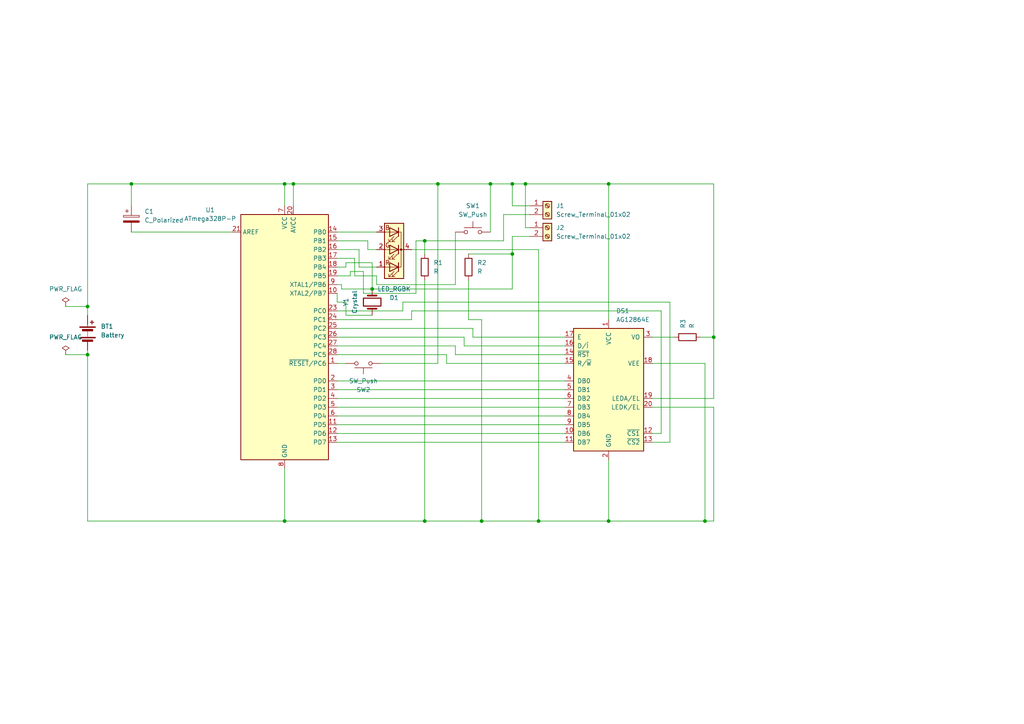
<source format=kicad_sch>
(kicad_sch (version 20250114) (generator "eeschema") (generator_version "9.0")
  (paper "A4")
  (lib_symbols
    (symbol "Connector:Screw_Terminal_01x02" (pin_names (offset 1.016) (hide yes))
      (property "Reference" "J" (at 0 2.54 0))
      (property "Value" "Screw_Terminal_01x02" (at 0 -5.08 0))
      (symbol "Screw_Terminal_01x02_1_1"
        (rectangle (start -1.27 1.27) (end 1.27 -3.81) (stroke (width 0.254)) (fill (type background)))
        (polyline (pts (xy -0.5334 0.3302) (xy 0.3302 -0.508)) (stroke (width 0.1524)))
        (polyline (pts (xy -0.5334 -2.2098) (xy 0.3302 -3.048)) (stroke (width 0.1524)))
        (polyline (pts (xy -0.3556 0.508) (xy 0.508 -0.3302)) (stroke (width 0.1524)))
        (polyline (pts (xy -0.3556 -2.032) (xy 0.508 -2.8702)) (stroke (width 0.1524)))
        (circle (center 0 0) (radius 0.635) (stroke (width 0.1524)))
        (circle (center 0 -2.54) (radius 0.635) (stroke (width 0.1524)))
        (pin passive line (at -5.08 0 0) (length 3.81) (name "Pin_1") (number "1"))
        (pin passive line (at -5.08 -2.54 0) (length 3.81) (name "Pin_2") (number "2"))
      )
    )
    (symbol "Device:Battery" (pin_numbers (hide yes)) (pin_names (offset 0) (hide yes))
      (property "Reference" "BT" (at 2.54 2.54 0))
      (property "Value" "Battery" (at 2.54 0 0))
      (symbol "Battery_0_1"
        (rectangle (start -2.286 1.778) (end 2.286 1.524) (fill (type outline)))
        (rectangle (start -2.286 -1.27) (end 2.286 -1.524) (fill (type outline)))
        (rectangle (start -1.524 1.016) (end 1.524 0.508) (fill (type outline)))
        (rectangle (start -1.524 -2.032) (end 1.524 -2.54) (fill (type outline)))
        (polyline (pts (xy 0 1.778) (xy 0 2.54)))
        (polyline (pts (xy 0 0) (xy 0 0.254)))
        (polyline (pts (xy 0 -0.508) (xy 0 -0.254)))
        (polyline (pts (xy 0 -1.016) (xy 0 -0.762)))
        (polyline (pts (xy 0.762 3.048) (xy 1.778 3.048)) (stroke (width 0.254)))
        (polyline (pts (xy 1.27 3.556) (xy 1.27 2.54)) (stroke (width 0.254)))
      )
      (symbol "Battery_1_1"
        (pin passive line (at 0 5.08 270) (length 2.54) (name "+") (number "1"))
        (pin passive line (at 0 -5.08 90) (length 2.54) (name "-") (number "2"))
      )
    )
    (symbol "Device:C_Polarized" (pin_numbers (hide yes)) (pin_names (offset 0.254))
      (property "Reference" "C" (at 0.635 2.54 0))
      (property "Value" "C_Polarized" (at 0.635 -2.54 0))
      (symbol "C_Polarized_0_1"
        (rectangle (start -2.286 0.508) (end 2.286 1.016))
        (polyline (pts (xy -1.778 2.286) (xy -0.762 2.286)))
        (polyline (pts (xy -1.27 2.794) (xy -1.27 1.778)))
        (rectangle (start 2.286 -0.508) (end -2.286 -1.016) (fill (type outline)))
      )
      (symbol "C_Polarized_1_1"
        (pin passive line (at 0 3.81 270) (length 2.794) (name "~") (number "1"))
        (pin passive line (at 0 -3.81 90) (length 2.794) (name "~") (number "2"))
      )
    )
    (symbol "Device:Crystal" (pin_numbers (hide yes)) (pin_names (offset 1.016) (hide yes))
      (property "Reference" "Y" (at 0 3.81 0))
      (property "Value" "Crystal" (at 0 -3.81 0))
      (symbol "Crystal_0_1"
        (polyline (pts (xy -2.54 0) (xy -1.905 0)))
        (polyline (pts (xy -1.905 -1.27) (xy -1.905 1.27)) (stroke (width 0.508)))
        (rectangle (start -1.143 2.54) (end 1.143 -2.54) (stroke (width 0.3048)))
        (polyline (pts (xy 1.905 -1.27) (xy 1.905 1.27)) (stroke (width 0.508)))
        (polyline (pts (xy 2.54 0) (xy 1.905 0)))
      )
      (symbol "Crystal_1_1"
        (pin passive line (at -3.81 0 0) (length 1.27) (name "1") (number "1"))
        (pin passive line (at 3.81 0 180) (length 1.27) (name "2") (number "2"))
      )
    )
    (symbol "Device:LED_RGBK" (pin_names (offset 0) (hide yes))
      (property "Reference" "D" (at 0 9.398 0))
      (property "Value" "LED_RGBK" (at 0 -8.89 0))
      (symbol "LED_RGBK_0_0"
        (text "R" (at 1.905 3.81 0) (effects (font (size 1.27 1.27))))
        (text "G" (at 1.905 -1.27 0) (effects (font (size 1.27 1.27))))
        (text "B" (at 1.905 -6.35 0) (effects (font (size 1.27 1.27))))
      )
      (symbol "LED_RGBK_0_1"
        (circle (center -2.032 0) (radius 0.254) (fill (type outline)))
        (polyline (pts (xy -1.27 6.35) (xy -1.27 3.81)) (stroke (width 0.254)))
        (polyline (pts (xy -1.27 6.35) (xy -1.27 3.81) (xy -1.27 3.81)))
        (polyline (pts (xy -1.27 5.08) (xy 1.27 5.08)))
        (polyline (pts (xy -1.27 5.08) (xy -2.032 5.08) (xy -2.032 -5.08) (xy -1.016 -5.08)))
        (polyline (pts (xy -1.27 1.27) (xy -1.27 -1.27)) (stroke (width 0.254)))
        (polyline (pts (xy -1.27 1.27) (xy -1.27 -1.27) (xy -1.27 -1.27)))
        (polyline (pts (xy -1.27 0) (xy -2.54 0)))
        (polyline (pts (xy -1.27 -3.81) (xy -1.27 -6.35)) (stroke (width 0.254)))
        (polyline (pts (xy -1.27 -5.08) (xy 1.27 -5.08)))
        (polyline (pts (xy -1.016 6.35) (xy 0.508 7.874) (xy -0.254 7.874) (xy 0.508 7.874) (xy 0.508 7.112)))
        (polyline (pts (xy -1.016 1.27) (xy 0.508 2.794) (xy -0.254 2.794) (xy 0.508 2.794) (xy 0.508 2.032)))
        (polyline (pts (xy -1.016 -3.81) (xy 0.508 -2.286) (xy -0.254 -2.286) (xy 0.508 -2.286) (xy 0.508 -3.048)))
        (polyline (pts (xy 0 6.35) (xy 1.524 7.874) (xy 0.762 7.874) (xy 1.524 7.874) (xy 1.524 7.112)))
        (polyline (pts (xy 0 1.27) (xy 1.524 2.794) (xy 0.762 2.794) (xy 1.524 2.794) (xy 1.524 2.032)))
        (polyline (pts (xy 0 -3.81) (xy 1.524 -2.286) (xy 0.762 -2.286) (xy 1.524 -2.286) (xy 1.524 -3.048)))
        (polyline (pts (xy 1.27 6.35) (xy 1.27 3.81) (xy -1.27 5.08) (xy 1.27 6.35)) (stroke (width 0.254)))
        (rectangle (start 1.27 6.35) (end 1.27 6.35))
        (polyline (pts (xy 1.27 5.08) (xy 2.54 5.08)))
        (rectangle (start 1.27 3.81) (end 1.27 6.35))
        (polyline (pts (xy 1.27 1.27) (xy 1.27 -1.27) (xy -1.27 0) (xy 1.27 1.27)) (stroke (width 0.254)))
        (rectangle (start 1.27 1.27) (end 1.27 1.27))
        (polyline (pts (xy 1.27 0) (xy -1.27 0)))
        (polyline (pts (xy 1.27 0) (xy 2.54 0)))
        (rectangle (start 1.27 -1.27) (end 1.27 1.27))
        (polyline (pts (xy 1.27 -3.81) (xy 1.27 -6.35) (xy -1.27 -5.08) (xy 1.27 -3.81)) (stroke (width 0.254)))
        (polyline (pts (xy 1.27 -5.08) (xy 2.54 -5.08)))
        (rectangle (start 2.794 8.382) (end -2.794 -7.62) (stroke (width 0.254)) (fill (type background)))
      )
      (symbol "LED_RGBK_1_1"
        (pin passive line (at -5.08 0 0) (length 2.54) (name "K") (number "4"))
        (pin passive line (at 5.08 5.08 180) (length 2.54) (name "RA") (number "1"))
        (pin passive line (at 5.08 0 180) (length 2.54) (name "GA") (number "2"))
        (pin passive line (at 5.08 -5.08 180) (length 2.54) (name "BA") (number "3"))
      )
    )
    (symbol "Device:R" (pin_numbers (hide yes)) (pin_names (offset 0))
      (property "Reference" "R" (at 2.032 0 90))
      (property "Value" "R" (at 0 0 90))
      (symbol "R_0_1"
        (rectangle (start -1.016 -2.54) (end 1.016 2.54) (stroke (width 0.254)))
      )
      (symbol "R_1_1"
        (pin passive line (at 0 3.81 270) (length 1.27) (name "~") (number "1"))
        (pin passive line (at 0 -3.81 90) (length 1.27) (name "~") (number "2"))
      )
    )
    (symbol "Display_Graphic:AG12864E" (pin_names (offset 1.016))
      (property "Reference" "DS" (at -8.382 19.05 0))
      (property "Value" "AG12864E" (at 5.588 19.05 0))
      (symbol "AG12864E_0_1"
        (rectangle (start -10.16 17.78) (end 10.16 -17.78) (stroke (width 0.254)) (fill (type background)))
      )
      (symbol "AG12864E_1_1"
        (pin input line (at -12.7 15.24 0) (length 2.54) (name "E") (number "17"))
        (pin input line (at -12.7 12.7 0) (length 2.54) (name "D/~{I}") (number "16"))
        (pin input line (at -12.7 10.16 0) (length 2.54) (name "~{RST}") (number "14"))
        (pin input line (at -12.7 7.62 0) (length 2.54) (name "R/~{W}") (number "15"))
        (pin bidirectional line (at -12.7 2.54 0) (length 2.54) (name "DB0") (number "4"))
        (pin bidirectional line (at -12.7 0 0) (length 2.54) (name "DB1") (number "5"))
        (pin bidirectional line (at -12.7 -2.54 0) (length 2.54) (name "DB2") (number "6"))
        (pin bidirectional line (at -12.7 -5.08 0) (length 2.54) (name "DB3") (number "7"))
        (pin bidirectional line (at -12.7 -7.62 0) (length 2.54) (name "DB4") (number "8"))
        (pin bidirectional line (at -12.7 -10.16 0) (length 2.54) (name "DB5") (number "9"))
        (pin bidirectional line (at -12.7 -12.7 0) (length 2.54) (name "DB6") (number "10"))
        (pin bidirectional line (at -12.7 -15.24 0) (length 2.54) (name "DB7") (number "11"))
        (pin power_in line (at 0 20.32 270) (length 2.54) (name "VCC") (number "1"))
        (pin power_in line (at 0 -20.32 90) (length 2.54) (name "GND") (number "2"))
        (pin passive line (at 12.7 15.24 180) (length 2.54) (name "VO") (number "3"))
        (pin passive line (at 12.7 7.62 180) (length 2.54) (name "VEE") (number "18"))
        (pin passive line (at 12.7 -2.54 180) (length 2.54) (name "LEDA/EL") (number "19"))
        (pin passive line (at 12.7 -5.08 180) (length 2.54) (name "LEDK/EL") (number "20"))
        (pin input line (at 12.7 -12.7 180) (length 2.54) (name "~{CS1}") (number "12"))
        (pin input line (at 12.7 -15.24 180) (length 2.54) (name "~{CS2}") (number "13"))
      )
    )
    (symbol "MCU_Microchip_ATmega:ATmega328P-P"
      (property "Reference" "U" (at -12.7 36.83 0))
      (property "Value" "ATmega328P-P" (at 2.54 -36.83 0))
      (symbol "ATmega328P-P_0_1"
        (rectangle (start -12.7 -35.56) (end 12.7 35.56) (stroke (width 0.254)) (fill (type background)))
      )
      (symbol "ATmega328P-P_1_1"
        (pin passive line (at -15.24 30.48 0) (length 2.54) (name "AREF") (number "21"))
        (pin power_in line (at 0 38.1 270) (length 2.54) (name "VCC") (number "7"))
        (pin passive line (at 0 -38.1 90) (length 2.54) (hide yes) (name "GND") (number "22"))
        (pin power_in line (at 0 -38.1 90) (length 2.54) (name "GND") (number "8"))
        (pin power_in line (at 2.54 38.1 270) (length 2.54) (name "AVCC") (number "20"))
        (pin bidirectional line (at 15.24 30.48 180) (length 2.54) (name "PB0") (number "14"))
        (pin bidirectional line (at 15.24 27.94 180) (length 2.54) (name "PB1") (number "15"))
        (pin bidirectional line (at 15.24 25.4 180) (length 2.54) (name "PB2") (number "16"))
        (pin bidirectional line (at 15.24 22.86 180) (length 2.54) (name "PB3") (number "17"))
        (pin bidirectional line (at 15.24 20.32 180) (length 2.54) (name "PB4") (number "18"))
        (pin bidirectional line (at 15.24 17.78 180) (length 2.54) (name "PB5") (number "19"))
        (pin bidirectional line (at 15.24 15.24 180) (length 2.54) (name "XTAL1/PB6") (number "9"))
        (pin bidirectional line (at 15.24 12.7 180) (length 2.54) (name "XTAL2/PB7") (number "10"))
        (pin bidirectional line (at 15.24 7.62 180) (length 2.54) (name "PC0") (number "23"))
        (pin bidirectional line (at 15.24 5.08 180) (length 2.54) (name "PC1") (number "24"))
        (pin bidirectional line (at 15.24 2.54 180) (length 2.54) (name "PC2") (number "25"))
        (pin bidirectional line (at 15.24 0 180) (length 2.54) (name "PC3") (number "26"))
        (pin bidirectional line (at 15.24 -2.54 180) (length 2.54) (name "PC4") (number "27"))
        (pin bidirectional line (at 15.24 -5.08 180) (length 2.54) (name "PC5") (number "28"))
        (pin bidirectional line (at 15.24 -7.62 180) (length 2.54) (name "~{RESET}/PC6") (number "1"))
        (pin bidirectional line (at 15.24 -12.7 180) (length 2.54) (name "PD0") (number "2"))
        (pin bidirectional line (at 15.24 -15.24 180) (length 2.54) (name "PD1") (number "3"))
        (pin bidirectional line (at 15.24 -17.78 180) (length 2.54) (name "PD2") (number "4"))
        (pin bidirectional line (at 15.24 -20.32 180) (length 2.54) (name "PD3") (number "5"))
        (pin bidirectional line (at 15.24 -22.86 180) (length 2.54) (name "PD4") (number "6"))
        (pin bidirectional line (at 15.24 -25.4 180) (length 2.54) (name "PD5") (number "11"))
        (pin bidirectional line (at 15.24 -27.94 180) (length 2.54) (name "PD6") (number "12"))
        (pin bidirectional line (at 15.24 -30.48 180) (length 2.54) (name "PD7") (number "13"))
      )
    )
    (symbol "Switch:SW_Push" (pin_numbers (hide yes)) (pin_names (offset 1.016) (hide yes))
      (property "Reference" "SW" (at 1.27 2.54 0))
      (property "Value" "SW_Push" (at 0 -1.524 0))
      (symbol "SW_Push_0_1"
        (circle (center -2.032 0) (radius 0.508))
        (polyline (pts (xy 0 1.27) (xy 0 3.048)))
        (circle (center 2.032 0) (radius 0.508))
        (polyline (pts (xy 2.54 1.27) (xy -2.54 1.27)))
        (pin passive line (at -5.08 0 0) (length 2.54) (name "1") (number "1"))
        (pin passive line (at 5.08 0 180) (length 2.54) (name "2") (number "2"))
      )
    )
    (symbol "power:PWR_FLAG" (power) (pin_numbers (hide yes)) (pin_names (offset 0) (hide yes))
      (property "Value" "PWR_FLAG" (at 0 3.81 0))
      (symbol "PWR_FLAG_0_0"
        (pin power_out line (at 0 0 90) (length 0) (name "~") (number "1"))
      )
      (symbol "PWR_FLAG_0_1"
        (polyline (pts (xy 0 0) (xy 0 1.27) (xy -1.016 1.905) (xy 0 2.54) (xy 1.016 1.905) (xy 0 1.27)))
      )
    )
  )
  (junction (at 139.7 151.13))
  (junction (at 25.4 88.9))
  (junction (at 176.53 151.13))
  (junction (at 148.59 73.66))
  (junction (at 107.95 83.82))
  (junction (at 156.21 151.13))
  (junction (at 176.53 53.34))
  (junction (at 25.4 102.87))
  (junction (at 38.1 53.34))
  (junction (at 123.19 69.85))
  (junction (at 127 53.34))
  (junction (at 204.47 151.13))
  (junction (at 82.55 151.13))
  (junction (at 207.01 97.79))
  (junction (at 82.55 53.34))
  (junction (at 142.24 53.34))
  (junction (at 123.19 151.13))
  (junction (at 148.59 53.34))
  (junction (at 85.09 53.34))
  (junction (at 152.4 53.34))
  (wire (pts (xy 82.55 53.34) (xy 85.09 53.34)))
  (wire (pts (xy 100.33 76.2) (xy 100.33 77.47)))
  (wire (pts (xy 97.79 118.11) (xy 163.83 118.11)))
  (wire (pts (xy 191.77 125.73) (xy 191.77 90.17)))
  (wire (pts (xy 119.38 92.71) (xy 97.79 92.71)))
  (wire (pts (xy 97.79 113.03) (xy 163.83 113.03)))
  (wire (pts (xy 97.79 87.63) (xy 97.79 85.09)))
  (wire (pts (xy 148.59 53.34) (xy 152.4 53.34)))
  (wire (pts (xy 153.67 62.23) (xy 146.05 62.23)))
  (wire (pts (xy 97.79 105.41) (xy 100.33 105.41)))
  (wire (pts (xy 105.41 78.74) (xy 101.6 78.74)))
  (wire (pts (xy 163.83 97.79) (xy 137.16 97.79)))
  (wire (pts (xy 82.55 53.34) (xy 82.55 59.69)))
  (wire (pts (xy 148.59 59.69) (xy 148.59 53.34)))
  (wire (pts (xy 135.89 81.28) (xy 135.89 92.71)))
  (wire (pts (xy 97.79 69.85) (xy 106.68 69.85)))
  (wire (pts (xy 203.2 97.79) (xy 207.01 97.79)))
  (wire (pts (xy 153.67 66.04) (xy 152.4 66.04)))
  (wire (pts (xy 97.79 102.87) (xy 129.54 102.87)))
  (wire (pts (xy 207.01 53.34) (xy 176.53 53.34)))
  (wire (pts (xy 38.1 59.69) (xy 38.1 53.34)))
  (wire (pts (xy 97.79 72.39) (xy 104.14 72.39)))
  (wire (pts (xy 97.79 100.33) (xy 132.08 100.33)))
  (wire (pts (xy 104.14 77.47) (xy 109.22 77.47)))
  (wire (pts (xy 97.79 67.31) (xy 109.22 67.31)))
  (wire (pts (xy 135.89 73.66) (xy 148.59 73.66)))
  (wire (pts (xy 142.24 53.34) (xy 142.24 67.31)))
  (wire (pts (xy 104.14 72.39) (xy 104.14 77.47)))
  (wire (pts (xy 99.06 83.82) (xy 107.95 83.82)))
  (wire (pts (xy 25.4 151.13) (xy 82.55 151.13)))
  (wire (pts (xy 100.33 91.44) (xy 100.33 87.63)))
  (wire (pts (xy 107.95 83.82) (xy 148.59 83.82)))
  (wire (pts (xy 207.01 115.57) (xy 207.01 97.79)))
  (wire (pts (xy 107.95 76.2) (xy 100.33 76.2)))
  (wire (pts (xy 127 53.34) (xy 142.24 53.34)))
  (wire (pts (xy 97.79 128.27) (xy 163.83 128.27)))
  (wire (pts (xy 207.01 97.79) (xy 207.01 53.34)))
  (wire (pts (xy 101.6 80.01) (xy 97.79 80.01)))
  (wire (pts (xy 139.7 92.71) (xy 139.7 151.13)))
  (wire (pts (xy 156.21 151.13) (xy 176.53 151.13)))
  (wire (pts (xy 142.24 53.34) (xy 148.59 53.34)))
  (wire (pts (xy 38.1 53.34) (xy 82.55 53.34)))
  (wire (pts (xy 107.95 83.82) (xy 107.95 76.2)))
  (wire (pts (xy 148.59 73.66) (xy 148.59 83.82)))
  (wire (pts (xy 152.4 53.34) (xy 176.53 53.34)))
  (wire (pts (xy 85.09 53.34) (xy 85.09 59.69)))
  (wire (pts (xy 100.33 87.63) (xy 97.79 87.63)))
  (wire (pts (xy 129.54 102.87) (xy 129.54 105.41)))
  (wire (pts (xy 132.08 82.55) (xy 109.22 82.55)))
  (wire (pts (xy 97.79 125.73) (xy 163.83 125.73)))
  (wire (pts (xy 109.22 72.39) (xy 106.68 72.39)))
  (wire (pts (xy 99.06 83.82) (xy 99.06 82.55)))
  (wire (pts (xy 19.05 88.9) (xy 25.4 88.9)))
  (wire (pts (xy 146.05 69.85) (xy 123.19 69.85)))
  (wire (pts (xy 163.83 105.41) (xy 129.54 105.41)))
  (wire (pts (xy 189.23 105.41) (xy 204.47 105.41)))
  (wire (pts (xy 132.08 102.87) (xy 163.83 102.87)))
  (wire (pts (xy 134.62 97.79) (xy 134.62 100.33)))
  (wire (pts (xy 204.47 151.13) (xy 207.01 151.13)))
  (wire (pts (xy 156.21 72.39) (xy 156.21 151.13)))
  (wire (pts (xy 19.05 102.87) (xy 25.4 102.87)))
  (wire (pts (xy 132.08 67.31) (xy 132.08 82.55)))
  (wire (pts (xy 97.79 123.19) (xy 163.83 123.19)))
  (wire (pts (xy 204.47 105.41) (xy 204.47 151.13)))
  (wire (pts (xy 137.16 95.25) (xy 137.16 97.79)))
  (wire (pts (xy 102.87 80.01) (xy 109.22 80.01)))
  (wire (pts (xy 132.08 100.33) (xy 132.08 102.87)))
  (wire (pts (xy 127 53.34) (xy 127 105.41)))
  (wire (pts (xy 97.79 90.17) (xy 116.84 90.17)))
  (wire (pts (xy 97.79 97.79) (xy 134.62 97.79)))
  (wire (pts (xy 153.67 68.58) (xy 148.59 68.58)))
  (wire (pts (xy 189.23 115.57) (xy 207.01 115.57)))
  (wire (pts (xy 120.65 85.09) (xy 105.41 85.09)))
  (wire (pts (xy 105.41 85.09) (xy 105.41 78.74)))
  (wire (pts (xy 189.23 97.79) (xy 195.58 97.79)))
  (wire (pts (xy 146.05 62.23) (xy 146.05 69.85)))
  (wire (pts (xy 123.19 151.13) (xy 139.7 151.13)))
  (wire (pts (xy 123.19 81.28) (xy 123.19 151.13)))
  (wire (pts (xy 176.53 151.13) (xy 204.47 151.13)))
  (wire (pts (xy 152.4 66.04) (xy 152.4 53.34)))
  (wire (pts (xy 139.7 151.13) (xy 156.21 151.13)))
  (wire (pts (xy 148.59 68.58) (xy 148.59 73.66)))
  (wire (pts (xy 102.87 74.93) (xy 102.87 80.01)))
  (wire (pts (xy 109.22 82.55) (xy 109.22 80.01)))
  (wire (pts (xy 123.19 69.85) (xy 120.65 69.85)))
  (wire (pts (xy 25.4 102.87) (xy 25.4 151.13)))
  (wire (pts (xy 189.23 128.27) (xy 194.31 128.27)))
  (wire (pts (xy 97.79 77.47) (xy 100.33 77.47)))
  (wire (pts (xy 207.01 118.11) (xy 207.01 151.13)))
  (wire (pts (xy 189.23 118.11) (xy 207.01 118.11)))
  (wire (pts (xy 120.65 69.85) (xy 120.65 85.09)))
  (wire (pts (xy 82.55 135.89) (xy 82.55 151.13)))
  (wire (pts (xy 119.38 72.39) (xy 156.21 72.39)))
  (wire (pts (xy 106.68 69.85) (xy 106.68 72.39)))
  (wire (pts (xy 97.79 115.57) (xy 163.83 115.57)))
  (wire (pts (xy 153.67 59.69) (xy 148.59 59.69)))
  (wire (pts (xy 97.79 95.25) (xy 137.16 95.25)))
  (wire (pts (xy 189.23 125.73) (xy 191.77 125.73)))
  (wire (pts (xy 116.84 87.63) (xy 116.84 90.17)))
  (wire (pts (xy 191.77 90.17) (xy 119.38 90.17)))
  (wire (pts (xy 25.4 53.34) (xy 38.1 53.34)))
  (wire (pts (xy 25.4 101.6) (xy 25.4 102.87)))
  (wire (pts (xy 25.4 91.44) (xy 25.4 88.9)))
  (wire (pts (xy 107.95 91.44) (xy 100.33 91.44)))
  (wire (pts (xy 97.79 120.65) (xy 163.83 120.65)))
  (wire (pts (xy 99.06 82.55) (xy 97.79 82.55)))
  (wire (pts (xy 194.31 128.27) (xy 194.31 87.63)))
  (wire (pts (xy 123.19 69.85) (xy 123.19 73.66)))
  (wire (pts (xy 176.53 133.35) (xy 176.53 151.13)))
  (wire (pts (xy 97.79 74.93) (xy 102.87 74.93)))
  (wire (pts (xy 38.1 67.31) (xy 67.31 67.31)))
  (wire (pts (xy 135.89 92.71) (xy 139.7 92.71)))
  (wire (pts (xy 85.09 53.34) (xy 127 53.34)))
  (wire (pts (xy 176.53 53.34) (xy 176.53 92.71)))
  (wire (pts (xy 25.4 88.9) (xy 25.4 53.34)))
  (wire (pts (xy 194.31 87.63) (xy 116.84 87.63)))
  (wire (pts (xy 97.79 110.49) (xy 163.83 110.49)))
  (wire (pts (xy 110.49 105.41) (xy 127 105.41)))
  (wire (pts (xy 163.83 100.33) (xy 134.62 100.33)))
  (wire (pts (xy 101.6 78.74) (xy 101.6 80.01)))
  (wire (pts (xy 82.55 151.13) (xy 123.19 151.13)))
  (wire (pts (xy 119.38 90.17) (xy 119.38 92.71)))
  (symbol (lib_id "Device:R") (at 135.89 77.47 0) (unit 1)
    (property "Reference" "R2" (at 138.43 76.1999 0) (effects (justify left)))
    (property "Value" "R" (at 138.43 78.7399 0) (effects (justify left)))
    (property "Footprint" "Resistor_SMD:R_0603_1608Metric" (effects (hide yes)))
    (property "Description" "Resistor" (effects (hide yes)))
  )
  (symbol (lib_id "Connector:Screw_Terminal_01x02") (at 158.75 66.04 0) (unit 1)
    (property "Reference" "J2" (at 161.29 66.0399 0) (effects (justify left)))
    (property "Value" "Screw_Terminal_01x02" (at 161.29 68.5799 0) (effects (justify left)))
    (property "Footprint" "TerminalBlock:TerminalBlock_Altech_AK300-2_P5.00mm" (effects (hide yes)))
    (property "Description" "Generic screw terminal, single row, 01x02, script generated (kicad-library-utils/schlib/autogen/connector/)" (effects (hide yes)))
  )
  (symbol (lib_id "Device:LED_RGBK") (at 114.3 72.39 180) (unit 1)
    (property "Reference" "D1" (at 114.3 86.36 0))
    (property "Value" "LED_RGBK" (at 114.3 83.82 0))
    (property "Footprint" "LED_SMD:LED_Kingbright_AAA3528ESGCT" (effects (hide yes)))
    (property "Description" "RGB LED, red/green/blue/cathode" (effects (hide yes)))
  )
  (symbol (lib_id "Switch:SW_Push") (at 105.41 105.41 180) (unit 1)
    (property "Reference" "SW2" (at 105.41 113.03 0))
    (property "Value" "SW_Push" (at 105.41 110.49 0))
    (property "Footprint" "Button_Switch_SMD:Panasonic_EVQPUJ_EVQPUA" (effects (hide yes)))
    (property "Description" "Push button switch, generic, two pins" (effects (hide yes)))
  )
  (symbol (lib_id "power:PWR_FLAG") (at 19.05 102.87 0) (unit 1)
    (property "Reference" "#FLG02" (effects (hide yes)))
    (property "Value" "PWR_FLAG" (at 19.05 97.79 0))
    (property "Description" "Special symbol for telling ERC where power comes from" (effects (hide yes)))
  )
  (symbol (lib_id "Device:Battery") (at 25.4 96.52 0) (unit 1)
    (property "Reference" "BT1" (at 29.21 94.6784 0) (effects (justify left)))
    (property "Value" "Battery" (at 29.21 97.2184 0) (effects (justify left)))
    (property "Footprint" "Battery:BatteryHolder_Keystone_106_1x20mm" (effects (hide yes)))
    (property "Description" "Multiple-cell battery" (effects (hide yes)))
  )
  (symbol (lib_id "Device:R") (at 199.39 97.79 90) (unit 1)
    (property "Reference" "R3" (at 198.1199 95.25 0) (effects (justify left)))
    (property "Value" "R" (at 200.6599 95.25 0) (effects (justify left)))
    (property "Footprint" "Resistor_SMD:R_0603_1608Metric" (effects (hide yes)))
    (property "Description" "Resistor" (effects (hide yes)))
  )
  (symbol (lib_id "Connector:Screw_Terminal_01x02") (at 158.75 59.69 0) (unit 1)
    (property "Reference" "J1" (at 161.29 59.6899 0) (effects (justify left)))
    (property "Value" "Screw_Terminal_01x02" (at 161.29 62.2299 0) (effects (justify left)))
    (property "Footprint" "TerminalBlock:TerminalBlock_Altech_AK300-2_P5.00mm" (effects (hide yes)))
    (property "Description" "Generic screw terminal, single row, 01x02, script generated (kicad-library-utils/schlib/autogen/connector/)" (effects (hide yes)))
  )
  (symbol (lib_id "Display_Graphic:AG12864E") (at 176.53 113.03 0) (unit 1)
    (property "Reference" "DS1" (at 178.6733 90.17 0) (effects (justify left)))
    (property "Value" "AG12864E" (at 178.6733 92.71 0) (effects (justify left)))
    (property "Footprint" "Display:AG12864E" (effects (hide yes)))
    (property "Datasheet" "https://www.digchip.com/datasheets/parts/datasheet/1121/AG-12864E-pdf.php" (effects (hide yes)))
    (property "Description" "Graphics Display 128x64px,  8b parallel, 1/64 Duty, 3.3V or 5V VDD" (effects (hide yes)))
  )
  (symbol (lib_id "MCU_Microchip_ATmega:ATmega328P-P") (at 82.55 97.79 0) (unit 1)
    (property "Reference" "U1" (at 60.96 60.8898 0))
    (property "Value" "ATmega328P-P" (at 60.96 63.4298 0))
    (property "Footprint" "Package_DIP:DIP-28_W7.62mm" (effects (hide yes)))
    (property "Datasheet" "http://ww1.microchip.com/downloads/en/DeviceDoc/ATmega328_P%20AVR%20MCU%20with%20picoPower%20Technology%20Data%20Sheet%2040001984A.pdf" (effects (hide yes)))
    (property "Description" "20MHz, 32kB Flash, 2kB SRAM, 1kB EEPROM, DIP-28" (effects (hide yes)))
  )
  (symbol (lib_id "power:PWR_FLAG") (at 19.05 88.9 0) (unit 1)
    (property "Reference" "#FLG01" (effects (hide yes)))
    (property "Value" "PWR_FLAG" (at 19.05 83.82 0))
    (property "Description" "Special symbol for telling ERC where power comes from" (effects (hide yes)))
  )
  (symbol (lib_id "Device:R") (at 123.19 77.47 0) (unit 1)
    (property "Reference" "R1" (at 125.73 76.1999 0) (effects (justify left)))
    (property "Value" "R" (at 125.73 78.7399 0) (effects (justify left)))
    (property "Footprint" "Resistor_SMD:R_0603_1608Metric" (effects (hide yes)))
    (property "Description" "Resistor" (effects (hide yes)))
  )
  (symbol (lib_id "Device:C_Polarized") (at 38.1 63.5 0) (unit 1)
    (property "Reference" "C1" (at 41.91 61.3409 0) (effects (justify left)))
    (property "Value" "C_Polarized" (at 41.91 63.8809 0) (effects (justify left)))
    (property "Footprint" "Capacitor_SMD:CP_Elec_3x5.3" (effects (hide yes)))
    (property "Description" "Polarized capacitor" (effects (hide yes)))
  )
  (symbol (lib_id "Device:Crystal") (at 107.95 87.63 90) (unit 1)
    (property "Reference" "Y1" (at 100.33 87.63 0))
    (property "Value" "Crystal" (at 102.87 87.63 0))
    (property "Footprint" "Crystal:Crystal_HC49-U_Vertical" (effects (hide yes)))
    (property "Description" "Two pin crystal" (effects (hide yes)))
  )
  (symbol (lib_id "Switch:SW_Push") (at 137.16 67.31 0) (unit 1)
    (property "Reference" "SW1" (at 137.16 59.69 0))
    (property "Value" "SW_Push" (at 137.16 62.23 0))
    (property "Footprint" "Button_Switch_SMD:Panasonic_EVQPUJ_EVQPUA" (effects (hide yes)))
    (property "Description" "Push button switch, generic, two pins" (effects (hide yes)))
  )
)
</source>
